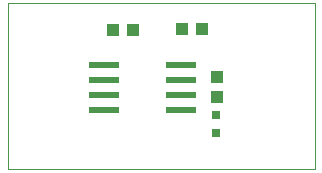
<source format=gtp>
G75*
%MOIN*%
%OFA0B0*%
%FSLAX24Y24*%
%IPPOS*%
%LPD*%
%AMOC8*
5,1,8,0,0,1.08239X$1,22.5*
%
%ADD10C,0.0000*%
%ADD11R,0.1000X0.0197*%
%ADD12R,0.0394X0.0433*%
%ADD13R,0.0433X0.0394*%
%ADD14R,0.0315X0.0315*%
D10*
X000100Y000704D02*
X000100Y006216D01*
X010336Y006216D01*
X010336Y000704D01*
X000100Y000704D01*
D11*
X003312Y002663D03*
X003312Y003163D03*
X003312Y003663D03*
X003312Y004163D03*
X005872Y004159D03*
X005872Y003659D03*
X005872Y003159D03*
X005872Y002663D03*
D12*
X005899Y005373D03*
X006569Y005373D03*
X004281Y005334D03*
X003612Y005334D03*
D13*
X007092Y003763D03*
X007092Y003094D03*
D14*
X007045Y002491D03*
X007045Y001901D03*
M02*

</source>
